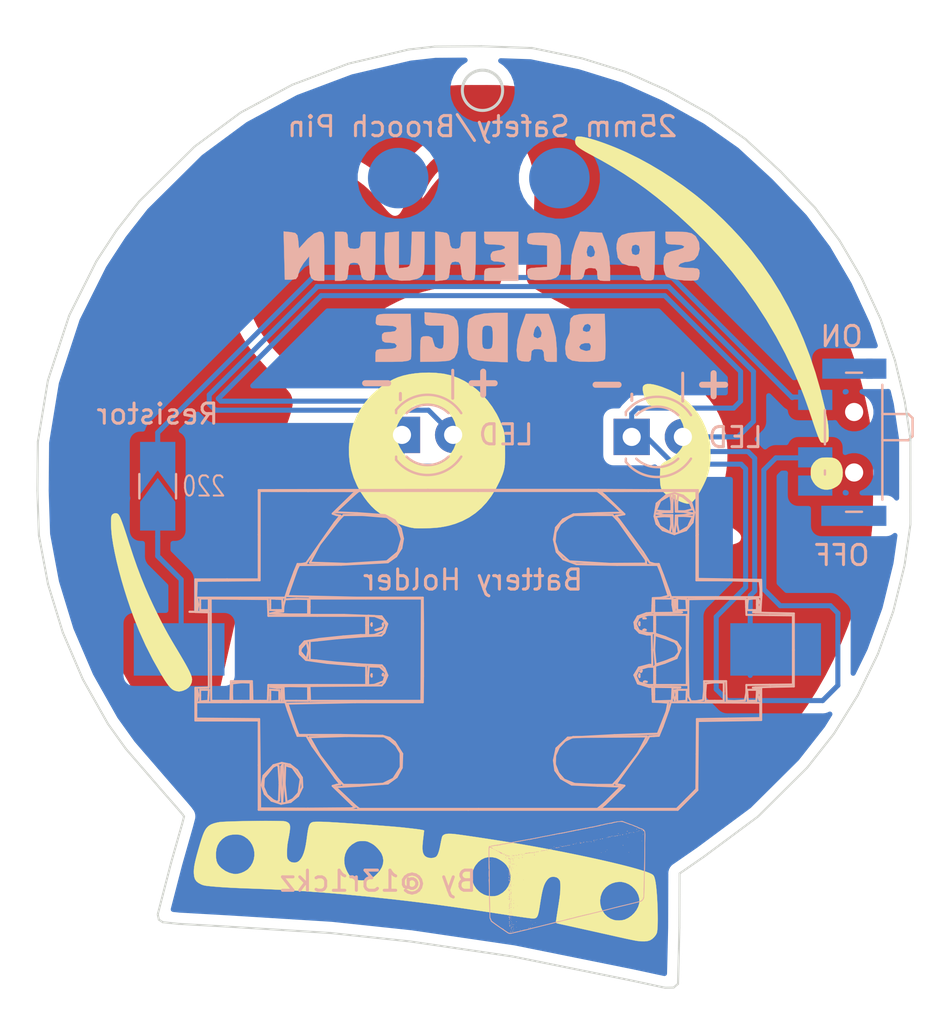
<source format=kicad_pcb>
(kicad_pcb (version 20171130) (host pcbnew "(5.1.4)-1")
  (layers (0 F.Cu signal) (31 B.Cu signal) (34 B.Paste user) (35 F.Paste user) (36 B.SilkS user) (37 F.SilkS user) (38 B.Mask user) (39 F.Mask user) (44 Edge.Cuts user))
  (net 0 "")
  (net 1 +3V0)
  (net 2 "Net-(BT1-Pad2)")
  (net 3 GND)
  (net 4 "Net-(R1-Pad2)")
  (module BADGEPIN:R_1206_3216Metric_Pad1.42x1.75mm_HandSolder (layer B.Cu) (at 73.86574 118.10332 90)
    (fp_text reference Resistor (at 3.58234 -0.00762) (layer B.SilkS) (effects (justify mirror)))
    (fp_text value 220)
    (pad 2 smd custom (at 1.4875 0 90) (size 1.425 1.75) (layers B.Cu B.Paste B.Mask) (net 4 "Net-(R1-Pad2)") (options (clearance outline) (anchor rect)) (primitives (gr_poly (pts (xy -1.9 0.875) (xy -0.7 0.875) (xy -0.7 0)) (width 0)) (gr_poly (pts (xy -1.9 -0.875) (xy -0.7 -0.875) (xy -0.7 0)) (width 0))))
    (pad 1 smd custom (at -1.4875 0 90) (size 1.425 1.75) (layers B.Cu B.Paste B.Mask) (net 2 "Net-(BT1-Pad2)") (options (clearance outline) (anchor rect)) (primitives (gr_poly (pts (xy 0.71 -0.875) (xy 1.9 0) (xy 0.71 0.875)) (width 0))))
  )
  (module BADGEPIN:CR2032_Coin_Cell_Holder_WHITE (layer B.Cu) (at 75.02906 126.1999)
    (fp_text reference "Battery Holder" (at 14.48308 -3.44932) (layer B.SilkS) (effects (justify mirror)))
    (fp_text value Battery_Cell)
    (pad 1 smd rect (at 29.5 0) (size 4.5 2.6) (layers B.Cu B.Paste B.Mask) (net 1 +3V0))
    (pad 2 smd rect (at -0.1 0) (size 4.5 2.6) (layers B.Cu B.Paste B.Mask) (net 2 "Net-(BT1-Pad2)"))
  )
  (module badgeITEMS:Brooch_12x5mm (layer B.Cu) (at 85.79866 102.81666)
    (fp_text reference "25mm Safety/Brooch Pin" (at 4.16814 -2.56032) (layer B.SilkS) (effects (justify mirror)))
    (fp_text value Brooch_12x5mm)
    (pad 2 smd circle (at 8 0) (size 3 3) (layers B.Cu B.Paste B.Mask))
    (pad 1 smd circle (at 0 0) (size 3 3) (layers B.Cu B.Paste B.Mask))
  )
  (module LOGO (layer F.Cu) (at 88.1868 119.3556)
    (fp_text reference G*** hide)
    (fp_text value LOGO hide)
  )
  (module LOGO (layer F.Cu) (at 88.1868 119.3556)
    (fp_text reference G*** hide)
    (fp_text value LOGO hide)
    (fp_poly (pts (xy 1.86439 -21.155423) (xy 2.095025 -21.154597) (xy 2.296649 -21.15275) (xy 2.475923 -21.149578) (xy 2.639505 -21.144777) (xy 2.794056 -21.138045) (xy 2.946236 -21.129076) (xy 3.102705 -21.117568) (xy 3.270124 -21.103217) (xy 3.455152 -21.085719) (xy 3.664449 -21.064771) (xy 3.725333 -21.058551) (xy 4.373673 -20.977551) (xy 5.041289 -20.866202) (xy 5.720107 -20.726467) (xy 6.402053 -20.560311) (xy 7.079053 -20.369696) (xy 7.743034 -20.156588) (xy 8.371417 -19.928544) (xy 9.179004 -19.597126) (xy 9.975941 -19.229725) (xy 10.758159 -18.828693) (xy 11.521589 -18.396385) (xy 12.262162 -17.935153) (xy 12.975809 -17.447352) (xy 13.658462 -16.935335) (xy 13.948534 -16.702513) (xy 14.372689 -16.348192) (xy 14.76429 -16.006617) (xy 15.128949 -15.67222) (xy 15.472278 -15.339432) (xy 15.799889 -15.002685) (xy 16.117395 -14.656413) (xy 16.430408 -14.295046) (xy 16.681499 -13.991167) (xy 17.143865 -13.396759) (xy 17.590731 -12.774747) (xy 18.019682 -12.129675) (xy 18.428305 -11.466086) (xy 18.814188 -10.788522) (xy 19.174916 -10.101527) (xy 19.508076 -9.409644) (xy 19.811255 -8.717416) (xy 20.082039 -8.029387) (xy 20.318015 -7.350099) (xy 20.465123 -6.868583) (xy 20.576016 -6.466816) (xy 20.681511 -6.053894) (xy 20.779615 -5.638819) (xy 20.868333 -5.230592) (xy 20.945673 -4.838214) (xy 21.00964 -4.470686) (xy 21.039368 -4.275667) (xy 21.061284 -4.119278) (xy 21.080063 -3.975572) (xy 21.096065 -3.839087) (xy 21.109652 -3.704359) (xy 21.121186 -3.565926) (xy 21.131027 -3.418324) (xy 21.139536 -3.256091) (xy 21.147076 -3.073763) (xy 21.154007 -2.865878) (xy 21.16069 -2.626972) (xy 21.167487 -2.351582) (xy 21.167979 -2.330721) (xy 21.172659 -2.084505) (xy 21.175711 -1.819279) (xy 21.177206 -1.540237) (xy 21.177215 -1.25257) (xy 21.175809 -0.961468) (xy 21.173062 -0.672124) (xy 21.169043 -0.389729) (xy 21.163824 -0.119475) (xy 21.157478 0.133448) (xy 21.150076 0.363847) (xy 21.141688 0.566531) (xy 21.132387 0.736308) (xy 21.124187 0.846667) (xy 21.053384 1.477732) (xy 20.949756 2.130934) (xy 20.814099 2.802682) (xy 20.647207 3.489386) (xy 20.449876 4.187454) (xy 20.238568 4.847167) (xy 19.927535 5.710097) (xy 19.58835 6.542607) (xy 19.219682 7.347028) (xy 18.820198 8.125694) (xy 18.388565 8.880937) (xy 17.923451 9.615092) (xy 17.423524 10.33049) (xy 16.887451 11.029465) (xy 16.321916 11.705167) (xy 16.195156 11.8466) (xy 16.042475 12.010599) (xy 15.86953 12.191532) (xy 15.681976 12.383769) (xy 15.485469 12.581679) (xy 15.285666 12.779631) (xy 15.088223 12.971995) (xy 14.898795 13.153138) (xy 14.723039 13.317431) (xy 14.566611 13.459243) (xy 14.50975 13.509255) (xy 14.206319 13.769264) (xy 13.903119 14.021427) (xy 13.603354 14.263375) (xy 13.310227 14.492738) (xy 13.026943 14.707149) (xy 12.756707 14.904238) (xy 12.502722 15.081634) (xy 12.268194 15.236971) (xy 12.056325 15.367877) (xy 11.870321 15.471985) (xy 11.821232 15.497046) (xy 11.686278 15.560025) (xy 11.580564 15.599153) (xy 11.499086 15.615466) (xy 11.436839 15.610002) (xy 11.391568 15.586079) (xy 11.355338 15.539792) (xy 11.327701 15.475589) (xy 11.324254 15.46225) (xy 11.311302 15.386626) (xy 11.297129 15.271247) (xy 11.281891 15.118667) (xy 11.265747 14.931442) (xy 11.248853 14.712127) (xy 11.231368 14.463278) (xy 11.213448 14.187448) (xy 11.195252 13.887195) (xy 11.176936 13.565072) (xy 11.158658 13.223635) (xy 11.140576 12.86544) (xy 11.122846 12.493041) (xy 11.105627 12.108994) (xy 11.089076 11.715853) (xy 11.081021 11.514667) (xy 11.072818 11.308132) (xy 11.064154 11.093465) (xy 11.055393 10.879454) (xy 11.046898 10.674889) (xy 11.039034 10.488557) (xy 11.032165 10.329247) (xy 11.027944 10.234083) (xy 11.015841 9.95912) (xy 11.002661 9.647288) (xy 10.988608 9.304034) (xy 10.973883 8.934802) (xy 10.95869 8.54504) (xy 10.94323 8.140192) (xy 10.927707 7.725704) (xy 10.912324 7.307023) (xy 10.897281 6.889593) (xy 10.882784 6.47886) (xy 10.869033 6.08027) (xy 10.856232 5.699269) (xy 10.844583 5.341302) (xy 10.837359 5.11175) (xy 10.832075 4.916063) (xy 10.827271 4.690097) (xy 10.823124 4.445901) (xy 10.819807 4.195528) (xy 10.817494 3.95103) (xy 10.81636 3.724459) (xy 10.816275 3.65548) (xy 10.816167 2.876544) (xy 11.318875 2.632285) (xy 11.609075 2.491896) (xy 11.865991 2.369258) (xy 12.093991 2.262774) (xy 12.297443 2.170847) (xy 12.480716 2.091878) (xy 12.648178 2.02427) (xy 12.804197 1.966425) (xy 12.953142 1.916746) (xy 13.099381 1.873635) (xy 13.247283 1.835494) (xy 13.401215 1.800726) (xy 13.565546 1.767733) (xy 13.744644 1.734917) (xy 13.798102 1.72553) (xy 14.007683 1.687007) (xy 14.179033 1.650498) (xy 14.316095 1.614322) (xy 14.422811 1.576801) (xy 14.503123 1.536255) (xy 14.560971 1.491007) (xy 14.600299 1.439376) (xy 14.625048 1.379683) (xy 14.627086 1.372418) (xy 14.638697 1.302085) (xy 14.633319 1.233698) (xy 14.608735 1.16541) (xy 14.56273 1.095378) (xy 14.493088 1.021754) (xy 14.397591 0.942694) (xy 14.274023 0.856352) (xy 14.120168 0.760882) (xy 13.933811 0.65444) (xy 13.712733 0.535178) (xy 13.470489 0.409329) (xy 13.33529 0.339683) (xy 13.213308 0.276162) (xy 13.10937 0.221336) (xy 13.028307 0.177775) (xy 12.974946 0.148049) (xy 12.954116 0.134727) (xy 12.954 0.134451) (xy 12.964374 0.114082) (xy 12.993387 0.062858) (xy 13.037877 -0.013787) (xy 13.094682 -0.110421) (xy 13.160638 -0.221611) (xy 13.186159 -0.264398) (xy 13.342746 -0.531626) (xy 13.475792 -0.771414) (xy 13.587393 -0.99001) (xy 13.679648 -1.193663) (xy 13.754653 -1.38862) (xy 13.814504 -1.581128) (xy 13.8613 -1.777435) (xy 13.880869 -1.890123) (xy 18.143536 -1.890123) (xy 18.144725 -1.864393) (xy 18.165443 -1.698257) (xy 18.208786 -1.561396) (xy 18.277938 -1.445486) (xy 18.326086 -1.389756) (xy 18.473142 -1.260536) (xy 18.624943 -1.173371) (xy 18.781588 -1.128234) (xy 18.943177 -1.125101) (xy 19.109808 -1.163949) (xy 19.162571 -1.184541) (xy 19.321544 -1.267527) (xy 19.44479 -1.366903) (xy 19.537047 -1.486616) (xy 19.548028 -1.505707) (xy 19.574297 -1.555231) (xy 19.591985 -1.598197) (xy 19.602762 -1.644732) (xy 19.608298 -1.704962) (xy 19.610263 -1.789012) (xy 19.610378 -1.883833) (xy 19.606774 -2.029599) (xy 19.594464 -2.143489) (xy 19.570199 -2.235606) (xy 19.530728 -2.316056) (xy 19.472801 -2.394942) (xy 19.43059 -2.442744) (xy 19.302394 -2.552475) (xy 19.155314 -2.624583) (xy 18.990412 -2.658785) (xy 18.808745 -2.654797) (xy 18.703698 -2.636587) (xy 18.530345 -2.579897) (xy 18.387815 -2.494498) (xy 18.27699 -2.381606) (xy 18.198749 -2.242436) (xy 18.153971 -2.078203) (xy 18.143536 -1.890123) (xy 13.880869 -1.890123) (xy 13.897136 -1.983789) (xy 13.924111 -2.206437) (xy 13.94432 -2.451628) (xy 13.949949 -2.54) (xy 13.960471 -2.973669) (xy 13.938053 -3.383694) (xy 13.881954 -3.773911) (xy 13.791439 -4.148154) (xy 13.66577 -4.510256) (xy 13.504207 -4.864053) (xy 13.502012 -4.868333) (xy 13.307223 -5.205112) (xy 13.076798 -5.529433) (xy 12.815745 -5.83626) (xy 12.529073 -6.120558) (xy 12.221787 -6.377293) (xy 11.898897 -6.601429) (xy 11.6205 -6.760196) (xy 11.43835 -6.849105) (xy 11.257858 -6.926587) (xy 11.073504 -6.994004) (xy 10.879766 -7.052723) (xy 10.671122 -7.104108) (xy 10.44205 -7.149523) (xy 10.187029 -7.190333) (xy 9.900537 -7.227903) (xy 9.5885 -7.262422) (xy 9.453138 -7.27713) (xy 9.331352 -7.291843) (xy 9.229686 -7.30565) (xy 9.154688 -7.317639) (xy 9.112902 -7.326901) (xy 9.107211 -7.329421) (xy 9.087399 -7.351198) (xy 9.045627 -7.401693) (xy 8.985756 -7.476079) (xy 8.911648 -7.569526) (xy 8.827166 -7.677209) (xy 8.76108 -7.762135) (xy 8.596488 -7.972488) (xy 8.450777 -8.154217) (xy 8.318626 -8.313431) (xy 8.194712 -8.456238) (xy 8.073715 -8.588746) (xy 7.950313 -8.717064) (xy 7.819183 -8.847301) (xy 7.796176 -8.869648) (xy 7.626487 -9.030347) (xy 7.460174 -9.17963) (xy 7.2931 -9.32028) (xy 7.121128 -9.455075) (xy 6.940121 -9.586799) (xy 6.745943 -9.718232) (xy 6.534456 -9.852156) (xy 6.301524 -9.991351) (xy 6.04301 -10.138598) (xy 5.754776 -10.29668) (xy 5.432687 -10.468376) (xy 5.36575 -10.503592) (xy 5.143205 -10.622207) (xy 4.932568 -10.737887) (xy 4.738207 -10.848065) (xy 4.564494 -10.950172) (xy 4.415797 -11.041638) (xy 4.296486 -11.119896) (xy 4.210932 -11.182375) (xy 4.210634 -11.182614) (xy 4.12473 -11.262082) (xy 4.058947 -11.349913) (xy 4.011537 -11.452022) (xy 3.980749 -11.574321) (xy 3.964834 -11.722725) (xy 3.962042 -11.903147) (xy 3.965216 -12.012083) (xy 3.970974 -12.129042) (xy 3.978979 -12.240959) (xy 3.99014 -12.354381) (xy 4.005363 -12.47585) (xy 4.025557 -12.611911) (xy 4.051629 -12.769108) (xy 4.084486 -12.953986) (xy 4.125036 -13.173089) (xy 4.129602 -13.197417) (xy 4.187669 -13.516232) (xy 4.235708 -13.804004) (xy 4.274778 -14.070545) (xy 4.305937 -14.325668) (xy 4.330244 -14.579185) (xy 4.348757 -14.840909) (xy 4.362534 -15.120652) (xy 4.372635 -15.428228) (xy 4.373401 -15.457666) (xy 4.37749 -15.870667) (xy 4.367045 -16.246936) (xy 4.341141 -16.589829) (xy 4.29885 -16.902701) (xy 4.239246 -17.188907) (xy 4.161402 -17.451802) (xy 4.064392 -17.694743) (xy 3.947288 -17.921085) (xy 3.809164 -18.134182) (xy 3.675607 -18.303733) (xy 6.456997 -18.303733) (xy 6.466562 -18.258854) (xy 6.494725 -18.21846) (xy 6.511233 -18.200648) (xy 6.572469 -18.146215) (xy 6.666268 -18.075602) (xy 6.787606 -17.99211) (xy 6.931461 -17.899039) (xy 7.092809 -17.799692) (xy 7.26663 -17.697368) (xy 7.344833 -17.652781) (xy 7.804677 -17.389811) (xy 8.230569 -17.138775) (xy 8.627886 -16.89595) (xy 9.002006 -16.657609) (xy 9.358308 -16.420029) (xy 9.70217 -16.179485) (xy 10.03897 -15.932253) (xy 10.374085 -15.674608) (xy 10.712895 -15.402824) (xy 11.060776 -15.113179) (xy 11.270775 -14.933852) (xy 11.565537 -14.674421) (xy 11.873881 -14.392675) (xy 12.187928 -14.09629) (xy 12.499797 -13.792942) (xy 12.801611 -13.490307) (xy 13.085489 -13.196059) (xy 13.343553 -12.917875) (xy 13.368299 -12.8905) (xy 14.014358 -12.145402) (xy 14.620545 -11.387263) (xy 15.187617 -10.614931) (xy 15.716332 -9.827252) (xy 16.207448 -9.023072) (xy 16.661721 -8.201239) (xy 17.07991 -7.3606) (xy 17.261906 -6.963833) (xy 17.364937 -6.730657) (xy 17.460687 -6.508151) (xy 17.551617 -6.289968) (xy 17.640189 -6.069757) (xy 17.728861 -5.84117) (xy 17.820096 -5.597856) (xy 17.916355 -5.333466) (xy 18.020098 -5.041651) (xy 18.133786 -4.716063) (xy 18.1397 -4.699) (xy 18.227995 -4.445995) (xy 18.304794 -4.2303) (xy 18.371426 -4.048882) (xy 18.429217 -3.898706) (xy 18.479495 -3.776739) (xy 18.523589 -3.679946) (xy 18.562826 -3.605295) (xy 18.598533 -3.54975) (xy 18.632039 -3.510278) (xy 18.664671 -3.483845) (xy 18.6739 -3.478329) (xy 18.749407 -3.453876) (xy 18.824716 -3.457763) (xy 18.867201 -3.477192) (xy 18.905551 -3.529981) (xy 18.929625 -3.61975) (xy 18.940081 -3.743864) (xy 18.937574 -3.899692) (xy 18.922764 -4.0846) (xy 18.896307 -4.295957) (xy 18.858861 -4.531128) (xy 18.811082 -4.787481) (xy 18.753629 -5.062384) (xy 18.687159 -5.353203) (xy 18.61233 -5.657306) (xy 18.529797 -5.97206) (xy 18.44022 -6.294832) (xy 18.344255 -6.622989) (xy 18.24256 -6.953898) (xy 18.135792 -7.284928) (xy 18.024608 -7.613443) (xy 17.909666 -7.936813) (xy 17.791624 -8.252404) (xy 17.671138 -8.557584) (xy 17.548866 -8.849719) (xy 17.495089 -8.972505) (xy 17.124177 -9.755949) (xy 16.717594 -10.517801) (xy 16.276272 -11.256884) (xy 15.801144 -11.972021) (xy 15.293143 -12.662036) (xy 14.753203 -13.325751) (xy 14.182256 -13.96199) (xy 13.581234 -14.569575) (xy 12.951072 -15.14733) (xy 12.292701 -15.694077) (xy 11.96975 -15.943041) (xy 11.319212 -16.408742) (xy 10.649238 -16.842069) (xy 9.963192 -17.241225) (xy 9.264441 -17.604415) (xy 8.556349 -17.92984) (xy 7.842282 -18.215704) (xy 7.456182 -18.35272) (xy 7.252566 -18.420411) (xy 7.083696 -18.473467) (xy 6.94505 -18.51307) (xy 6.832108 -18.540402) (xy 6.740347 -18.556646) (xy 6.665246 -18.562984) (xy 6.651379 -18.563167) (xy 6.565757 -18.553315) (xy 6.509116 -18.519845) (xy 6.475603 -18.456882) (xy 6.460521 -18.371679) (xy 6.456997 -18.303733) (xy 3.675607 -18.303733) (xy 3.649094 -18.33739) (xy 3.546638 -18.451186) (xy 3.39064 -18.608856) (xy 3.247232 -18.735653) (xy 3.108586 -18.837788) (xy 2.966871 -18.92147) (xy 2.930009 -18.940253) (xy 2.84018 -18.98305) (xy 2.754753 -19.019248) (xy 2.669167 -19.04946) (xy 2.578857 -19.074295) (xy 2.479262 -19.094364) (xy 2.365818 -19.11028) (xy 2.233962 -19.122652) (xy 2.079131 -19.132091) (xy 1.896762 -19.139208) (xy 1.682292 -19.144615) (xy 1.431158 -19.148921) (xy 1.364308 -19.149867) (xy 0.537867 -19.161214) (xy 0.073142 -18.926618) (xy -0.068828 -18.854163) (xy -0.209904 -18.780739) (xy -0.341836 -18.710746) (xy -0.456374 -18.648582) (xy -0.545268 -18.598647) (xy -0.576974 -18.579969) (xy -0.944707 -18.336552) (xy -1.278711 -18.071504) (xy -1.57755 -17.786133) (xy -1.839786 -17.481745) (xy -1.953581 -17.327345) (xy -2.011118 -17.246634) (xy -2.087088 -17.142502) (xy -2.174043 -17.02503) (xy -2.264532 -16.904298) (xy -2.328333 -16.820171) (xy -2.448941 -16.667001) (xy -2.550716 -16.54884) (xy -2.635598 -16.463812) (xy -2.705527 -16.410039) (xy -2.762443 -16.385646) (xy -2.779566 -16.383703) (xy -2.813616 -16.396123) (xy -2.879381 -16.433231) (xy -2.975075 -16.493836) (xy -3.09891 -16.576747) (xy -3.2491 -16.680773) (xy -3.423859 -16.804722) (xy -3.581277 -16.91824) (xy -3.807966 -17.078694) (xy -4.010521 -17.212671) (xy -4.195019 -17.323351) (xy -4.367537 -17.413914) (xy -4.534149 -17.487539) (xy -4.700934 -17.547406) (xy -4.873966 -17.596694) (xy -4.881371 -17.598558) (xy -5.120141 -17.650585) (xy -5.342644 -17.681121) (xy -5.567865 -17.692114) (xy -5.757333 -17.688388) (xy -6.117974 -17.652944) (xy -6.462009 -17.579409) (xy -6.788092 -17.468341) (xy -7.09488 -17.320302) (xy -7.381029 -17.135849) (xy -7.645193 -16.915544) (xy -7.669388 -16.892489) (xy -7.848587 -16.710082) (xy -7.993301 -16.539452) (xy -8.10715 -16.373937) (xy -8.193753 -16.206873) (xy -8.256731 -16.031598) (xy -8.299703 -15.841447) (xy -8.31991 -15.695083) (xy -8.328526 -15.577163) (xy -8.33323 -15.424435) (xy -8.334279 -15.244219) (xy -8.331929 -15.043835) (xy -8.326439 -14.830604) (xy -8.318065 -14.611844) (xy -8.307063 -14.394877) (xy -8.293692 -14.187022) (xy -8.278207 -13.9956) (xy -8.260866 -13.827929) (xy -8.251887 -13.75751) (xy -8.23843 -13.654263) (xy -8.233849 -13.577015) (xy -8.243014 -13.519935) (xy -8.270789 -13.47719) (xy -8.322043 -13.442948) (xy -8.401644 -13.411378) (xy -8.514458 -13.376647) (xy -8.587355 -13.355549) (xy -8.897647 -13.244613) (xy -9.193495 -13.094849) (xy -9.475823 -12.90568) (xy -9.745557 -12.676532) (xy -9.859585 -12.563825) (xy -10.060482 -12.336755) (xy -10.237471 -12.096652) (xy -10.387494 -11.849178) (xy -10.50749 -11.599995) (xy -10.594398 -11.354764) (xy -10.64516 -11.119149) (xy -10.64675 -11.107295) (xy -10.657153 -10.994504) (xy -10.663829 -10.852705) (xy -10.666877 -10.692638) (xy -10.666399 -10.525039) (xy -10.662495 -10.360648) (xy -10.655265 -10.2102) (xy -10.644812 -10.084436) (xy -10.636568 -10.022417) (xy -10.577014 -9.741357) (xy -10.48877 -9.453736) (xy -10.369666 -9.153232) (xy -10.2526 -8.903114) (xy -10.171744 -8.746743) (xy -10.085877 -8.594438) (xy -9.992461 -8.442959) (xy -9.888956 -8.289072) (xy -9.772823 -8.129539) (xy -9.641524 -7.961122) (xy -9.492519 -7.780586) (xy -9.32327 -7.584694) (xy -9.131238 -7.370208) (xy -8.913884 -7.133892) (xy -8.668668 -6.872508) (xy -8.617112 -6.81805) (xy -8.421008 -6.610329) (xy -8.253004 -6.430441) (xy -8.111264 -6.276286) (xy -7.993952 -6.145764) (xy -7.899234 -6.036775) (xy -7.825273 -5.94722) (xy -7.770234 -5.874997) (xy -7.732282 -5.818006) (xy -7.714554 -5.785326) (xy -7.663331 -5.657562) (xy -7.633499 -5.530085) (xy -7.62505 -5.395176) (xy -7.637972 -5.245119) (xy -7.672258 -5.072195) (xy -7.713471 -4.9177) (xy -7.732008 -4.854122) (xy -7.750261 -4.793277) (xy -7.769614 -4.731183) (xy -7.79145 -4.663857) (xy -7.817153 -4.587317) (xy -7.848106 -4.497582) (xy -7.885694 -4.390669) (xy -7.931299 -4.262595) (xy -7.986306 -4.109378) (xy -8.052098 -3.927037) (xy -8.130058 -3.711589) (xy -8.190265 -3.545417) (xy -8.258906 -3.35437) (xy -8.322579 -3.173161) (xy -8.382422 -2.997829) (xy -8.439573 -2.824407) (xy -8.495169 -2.648934) (xy -8.550349 -2.467445) (xy -8.606249 -2.275976) (xy -8.664007 -2.070564) (xy -8.724763 -1.847245) (xy -8.789652 -1.602055) (xy -8.859813 -1.331031) (xy -8.936383 -1.030209) (xy -9.0205 -0.695625) (xy -9.101595 -0.370417) (xy -9.17494 -0.074385) (xy -9.249092 0.227077) (xy -9.324497 0.535877) (xy -9.4016 0.853925) (xy -9.480845 1.183128) (xy -9.562678 1.525395) (xy -9.647544 1.882635) (xy -9.735888 2.256757) (xy -9.828155 2.649669) (xy -9.92479 3.06328) (xy -10.026238 3.499499) (xy -10.132944 3.960234) (xy -10.245354 4.447393) (xy -10.363912 4.962886) (xy -10.489064 5.508622) (xy -10.621254 6.086507) (xy -10.760928 6.698453) (xy -10.90853 7.346366) (xy -11.064506 8.032156) (xy -11.196862 8.614833) (xy -11.317955 9.147567) (xy -11.430051 9.639396) (xy -11.533253 10.090759) (xy -11.627664 10.502094) (xy -11.713386 10.87384) (xy -11.790522 11.206435) (xy -11.859175 11.500318) (xy -11.919449 11.755927) (xy -11.971445 11.973702) (xy -12.015268 12.154081) (xy -12.051019 12.297503) (xy -12.078801 12.404405) (xy -12.098719 12.475227) (xy -12.11011 12.508726) (xy -12.151834 12.593664) (xy -12.192391 12.645202) (xy -12.241064 12.670966) (xy -12.307137 12.678579) (xy -12.316989 12.678635) (xy -12.415936 12.664156) (xy -12.51977 12.617909) (xy -12.521079 12.61716) (xy -12.615314 12.553426) (xy -12.731404 12.458771) (xy -12.866229 12.336456) (xy -13.016666 12.18974) (xy -13.179595 12.021885) (xy -13.351895 11.836149) (xy -13.530444 11.635793) (xy -13.712121 11.424077) (xy -13.893806 11.204261) (xy -13.996962 11.075595) (xy -14.546222 10.353591) (xy -15.056685 9.621997) (xy -15.529182 8.878922) (xy -15.964542 8.122475) (xy -16.363594 7.350767) (xy -16.727167 6.561906) (xy -17.05609 5.754001) (xy -17.351193 4.925163) (xy -17.613305 4.0735) (xy -17.843256 3.197122) (xy -18.041873 2.294137) (xy -18.181592 1.534583) (xy -18.237558 1.150199) (xy -18.280752 0.744946) (xy -16.596545 0.744946) (xy -16.585255 0.964686) (xy -16.560206 1.212246) (xy -16.521822 1.485341) (xy -16.470528 1.781687) (xy -16.406746 2.099) (xy -16.330901 2.434995) (xy -16.243416 2.787386) (xy -16.144716 3.153891) (xy -16.035223 3.532223) (xy -15.915362 3.920099) (xy -15.785556 4.315233) (xy -15.667161 4.656667) (xy -15.52679 5.040632) (xy -15.379303 5.423151) (xy -15.226275 5.801009) (xy -15.069279 6.170993) (xy -14.909888 6.52989) (xy -14.749675 6.874487) (xy -14.590215 7.201569) (xy -14.433081 7.507925) (xy -14.279845 7.790339) (xy -14.132083 8.045599) (xy -13.991366 8.270492) (xy -13.859269 8.461803) (xy -13.737365 8.61632) (xy -13.716751 8.639838) (xy -13.592936 8.755427) (xy -13.461675 8.835548) (xy -13.327352 8.878802) (xy -13.194351 8.883788) (xy -13.067054 8.849106) (xy -13.064797 8.84809) (xy -12.986668 8.801746) (xy -12.900105 8.733586) (xy -12.816787 8.65457) (xy -12.748396 8.575662) (xy -12.709783 8.514906) (xy -12.688881 8.454972) (xy -12.680529 8.386415) (xy -12.685807 8.306584) (xy -12.705798 8.212823) (xy -12.741586 8.102479) (xy -12.794251 7.972898) (xy -12.864877 7.821427) (xy -12.954546 7.64541) (xy -13.064339 7.442195) (xy -13.195341 7.209127) (xy -13.348632 6.943553) (xy -13.35532 6.932083) (xy -13.583369 6.537657) (xy -13.790619 6.171257) (xy -13.980414 5.826135) (xy -14.1561 5.495544) (xy -14.321021 5.172738) (xy -14.478523 4.85097) (xy -14.63195 4.523491) (xy -14.784648 4.183555) (xy -14.939961 3.824415) (xy -15.101235 3.439323) (xy -15.170723 3.27025) (xy -15.37125 2.757332) (xy -15.568249 2.207548) (xy -15.762675 1.618224) (xy -15.769195 1.59764) (xy -15.865471 1.297378) (xy -15.952111 1.036239) (xy -16.029937 0.812321) (xy -16.099772 0.623728) (xy -16.162436 0.46856) (xy -16.218754 0.344917) (xy -16.269547 0.2509) (xy -16.315637 0.184611) (xy -16.357846 0.14415) (xy -16.396998 0.127618) (xy -16.405975 0.127) (xy -16.442713 0.142231) (xy -16.486749 0.179863) (xy -16.495649 0.189882) (xy -16.543629 0.275495) (xy -16.576156 0.398066) (xy -16.593654 0.555312) (xy -16.596545 0.744946) (xy -18.280752 0.744946) (xy -18.282619 0.727433) (xy -18.316725 0.268823) (xy -18.339824 -0.223094) (xy -18.351869 -0.745781) (xy -18.352807 -1.296702) (xy -18.34259 -1.873319) (xy -18.321166 -2.473097) (xy -18.288487 -3.093497) (xy -18.27664 -3.280833) (xy -18.257026 -3.560105) (xy -18.236622 -3.807416) (xy -18.214286 -4.033139) (xy -18.188876 -4.247646) (xy -18.159249 -4.461309) (xy -18.124263 -4.684499) (xy -18.117572 -4.724906) (xy -17.954854 -5.5733) (xy -17.750344 -6.418687) (xy -17.504549 -7.259758) (xy -17.217976 -8.095203) (xy -16.891131 -8.92371) (xy -16.524523 -9.74397) (xy -16.118658 -10.554672) (xy -15.674043 -11.354507) (xy -15.334429 -11.916181) (xy -14.912192 -12.562226) (xy -14.465194 -13.188724) (xy -13.989565 -13.800545) (xy -13.481436 -14.40256) (xy -12.936936 -14.999638) (xy -12.63688 -15.311067) (xy -11.98826 -15.943174) (xy -11.315379 -16.542211) (xy -10.619494 -17.107451) (xy -9.90186 -17.638167) (xy -9.163733 -18.13363) (xy -8.406369 -18.593114) (xy -7.631024 -19.01589) (xy -6.838953 -19.401233) (xy -6.031414 -19.748414) (xy -5.209661 -20.056707) (xy -4.37495 -20.325383) (xy -3.626485 -20.52952) (xy -3.209055 -20.630144) (xy -2.79344 -20.723124) (xy -2.385231 -20.807442) (xy -1.990019 -20.882085) (xy -1.613396 -20.946037) (xy -1.260952 -20.998282) (xy -0.938279 -21.037805) (xy -0.709083 -21.059288) (xy -0.446425 -21.079819) (xy -0.219581 -21.097188) (xy -0.022169 -21.111659) (xy 0.15219 -21.1235) (xy 0.309877 -21.132975) (xy 0.457273 -21.140353) (xy 0.600758 -21.145897) (xy 0.746713 -21.149876) (xy 0.901519 -21.152555) (xy 1.071556 -21.154199) (xy 1.263204 -21.155076) (xy 1.482845 -21.155452) (xy 1.598083 -21.155531) (xy 1.86439 -21.155423)) (layer F.Cu) (width 0.01))
    (fp_poly (pts (xy 4.804357 4.643523) (xy 4.868557 4.669853) (xy 4.941161 4.717879) (xy 5.026826 4.790993) (xy 5.130208 4.892585) (xy 5.205238 4.971353) (xy 5.34179 5.112789) (xy 5.456539 5.221447) (xy 5.551991 5.299207) (xy 5.630655 5.347947) (xy 5.695038 5.369546) (xy 5.735902 5.368978) (xy 5.807714 5.349382) (xy 5.906846 5.313522) (xy 6.035603 5.260435) (xy 6.196293 5.18916) (xy 6.391223 5.098735) (xy 6.44525 5.073178) (xy 6.583083 5.008803) (xy 6.690271 4.961517) (xy 6.773668 4.928765) (xy 6.840127 4.907992) (xy 6.896502 4.896643) (xy 6.927545 4.893351) (xy 7.011975 4.892843) (xy 7.073407 4.910516) (xy 7.122384 4.953127) (xy 7.169446 5.027434) (xy 7.185734 5.058833) (xy 7.224077 5.143389) (xy 7.272785 5.264474) (xy 7.330486 5.417944) (xy 7.39581 5.599655) (xy 7.467387 5.805462) (xy 7.543847 6.031219) (xy 7.623819 6.272784) (xy 7.705933 6.526009) (xy 7.788818 6.786752) (xy 7.871105 7.050868) (xy 7.951422 7.314211) (xy 8.0284 7.572637) (xy 8.100667 7.822001) (xy 8.109001 7.851272) (xy 8.187166 8.133266) (xy 8.251048 8.380369) (xy 8.301314 8.597299) (xy 8.338629 8.788772) (xy 8.363661 8.959503) (xy 8.377076 9.114209) (xy 8.379541 9.257607) (xy 8.37172 9.394412) (xy 8.354282 9.52934) (xy 8.349835 9.555737) (xy 8.281746 9.824772) (xy 8.173829 10.079496) (xy 8.026136 10.319794) (xy 7.941235 10.429854) (xy 7.82501 10.54957) (xy 7.68118 10.665097) (xy 7.521586 10.76891) (xy 7.358067 10.853486) (xy 7.202463 10.911301) (xy 7.170416 10.919694) (xy 7.089834 10.934362) (xy 6.99011 10.946057) (xy 6.885682 10.953776) (xy 6.790987 10.956515) (xy 6.720463 10.953273) (xy 6.709833 10.951695) (xy 6.612615 10.930717) (xy 6.517828 10.901807) (xy 6.414944 10.860947) (xy 6.293434 10.804121) (xy 6.201833 10.757933) (xy 6.033091 10.678177) (xy 5.889756 10.627071) (xy 5.766361 10.6043) (xy 5.657442 10.609548) (xy 5.557533 10.642499) (xy 5.461167 10.702838) (xy 5.44657 10.714321) (xy 5.309191 10.801696) (xy 5.143385 10.869516) (xy 4.959028 10.916257) (xy 4.765994 10.940396) (xy 4.574158 10.940409) (xy 4.393395 10.914773) (xy 4.30572 10.890353) (xy 4.102592 10.808637) (xy 3.931551 10.70818) (xy 3.784152 10.582463) (xy 3.651951 10.424969) (xy 3.595004 10.341738) (xy 3.45355 10.093983) (xy 3.332951 9.823654) (xy 3.250363 9.58084) (xy 3.218766 9.455733) (xy 3.200653 9.338952) (xy 3.197109 9.242309) (xy 3.772994 9.242309) (xy 3.773299 9.249833) (xy 3.785665 9.414193) (xy 3.809991 9.551273) (xy 3.85038 9.675391) (xy 3.910936 9.800864) (xy 3.951183 9.870448) (xy 3.987793 9.922905) (xy 4.042739 9.991482) (xy 4.110678 10.07054) (xy 4.186268 10.154443) (xy 4.264165 10.237552) (xy 4.339026 10.314231) (xy 4.405507 10.378843) (xy 4.458265 10.425749) (xy 4.491958 10.449312) (xy 4.500606 10.450116) (xy 4.500388 10.424675) (xy 4.482252 10.387676) (xy 4.456276 10.352994) (xy 4.409132 10.29456) (xy 4.3475 10.220506) (xy 4.278059 10.138967) (xy 4.27749 10.138307) (xy 4.164958 9.999539) (xy 4.077055 9.871544) (xy 6.207957 9.871544) (xy 6.208956 9.909376) (xy 6.211671 9.92115) (xy 6.24269 9.993747) (xy 6.298772 10.078364) (xy 6.372877 10.168168) (xy 6.457965 10.256326) (xy 6.546993 10.336005) (xy 6.632924 10.400371) (xy 6.708715 10.442592) (xy 6.76275 10.456007) (xy 6.772324 10.447459) (xy 6.756684 10.42024) (xy 6.713692 10.371731) (xy 6.641211 10.299313) (xy 6.611666 10.270878) (xy 6.527025 10.187763) (xy 6.444274 10.102731) (xy 6.373552 10.02641) (xy 6.329237 9.974792) (xy 6.268511 9.904441) (xy 6.227947 9.869962) (xy 6.207957 9.871544) (xy 4.077055 9.871544) (xy 4.073171 9.865889) (xy 4.001635 9.73277) (xy 3.949855 9.595596) (xy 3.917338 9.44978) (xy 3.903588 9.290737) (xy 3.908113 9.11388) (xy 3.930416 8.914622) (xy 3.970006 8.688378) (xy 4.026386 8.43056) (xy 4.072874 8.239605) (xy 4.105778 8.106197) (xy 4.141314 7.958246) (xy 4.177045 7.80626) (xy 4.210533 7.660747) (xy 4.239342 7.532215) (xy 4.261035 7.431171) (xy 4.265682 7.408333) (xy 4.269816 7.37429) (xy 4.260942 7.379463) (xy 4.239478 7.422919) (xy 4.205835 7.503727) (xy 4.160431 7.620952) (xy 4.105337 7.76913) (xy 4.005301 8.05184) (xy 3.924605 8.302346) (xy 3.862156 8.525518) (xy 3.816864 8.726229) (xy 3.787634 8.909351) (xy 3.773375 9.079753) (xy 3.772994 9.242309) (xy 3.197109 9.242309) (xy 3.196339 9.221313) (xy 3.206139 9.093635) (xy 3.230367 8.946733) (xy 3.26934 8.771425) (xy 3.27954 8.729683) (xy 3.332748 8.52308) (xy 3.39544 8.294279) (xy 3.466344 8.047044) (xy 3.544188 7.78514) (xy 3.627699 7.512334) (xy 3.715608 7.232389) (xy 3.806641 6.949071) (xy 3.899527 6.666146) (xy 3.992994 6.387377) (xy 4.085771 6.116531) (xy 4.176586 5.857372) (xy 4.264167 5.613666) (xy 4.347242 5.389178) (xy 4.42454 5.187672) (xy 4.494788 5.012914) (xy 4.556716 4.868668) (xy 4.60905 4.758701) (xy 4.639201 4.704292) (xy 4.679476 4.654621) (xy 4.726406 4.636356) (xy 4.743903 4.6355) (xy 4.804357 4.643523)) (layer F.Cu) (width 0.01))
    (fp_poly (pts (xy 8.05166 1.736258) (xy 8.513601 1.736839) (xy 8.934014 1.737881) (xy 9.313298 1.739388) (xy 9.651853 1.741365) (xy 9.950082 1.743816) (xy 10.208384 1.746746) (xy 10.42716 1.75016) (xy 10.606811 1.754062) (xy 10.747738 1.758458) (xy 10.850341 1.763352) (xy 10.915022 1.768749) (xy 10.94218 1.774653) (xy 10.943161 1.776085) (xy 10.924366 1.794219) (xy 10.867956 1.830465) (xy 10.773883 1.884846) (xy 10.642098 1.957388) (xy 10.472552 2.048116) (xy 10.265197 2.157057) (xy 10.019984 2.284236) (xy 9.736864 2.429677) (xy 9.415788 2.593407) (xy 9.056709 2.775451) (xy 8.659576 2.975834) (xy 8.371417 3.12075) (xy 8.062697 3.275478) (xy 7.766109 3.423459) (xy 7.483981 3.563561) (xy 7.21864 3.694653) (xy 6.972413 3.815604) (xy 6.747628 3.925282) (xy 6.546611 4.022557) (xy 6.371691 4.106297) (xy 6.225195 4.175371) (xy 6.109449 4.228648) (xy 6.026782 4.264997) (xy 5.97952 4.283286) (xy 5.979512 4.283289) (xy 5.929539 4.281356) (xy 5.873679 4.257495) (xy 5.808166 4.208206) (xy 5.720898 4.128588) (xy 5.615074 4.022508) (xy 5.493891 3.893835) (xy 5.360548 3.746437) (xy 5.218242 3.584181) (xy 5.070171 3.410936) (xy 4.919533 3.23057) (xy 4.769526 3.046951) (xy 4.623348 2.863947) (xy 4.484196 2.685426) (xy 4.35527 2.515257) (xy 4.239766 2.357308) (xy 4.140882 2.215446) (xy 4.061817 2.09354) (xy 4.035853 2.048435) (xy 4.394447 2.048435) (xy 4.400126 2.058851) (xy 4.439003 2.0701) (xy 4.487333 2.077722) (xy 4.542693 2.081414) (xy 4.635165 2.084112) (xy 4.759544 2.08587) (xy 4.910622 2.086743) (xy 5.083191 2.086785) (xy 5.272045 2.086052) (xy 5.471976 2.084598) (xy 5.677777 2.082478) (xy 5.884242 2.079747) (xy 6.086162 2.07646) (xy 6.278331 2.072671) (xy 6.455542 2.068436) (xy 6.612587 2.063808) (xy 6.74426 2.058844) (xy 6.845353 2.053598) (xy 6.858 2.05276) (xy 7.024269 2.040647) (xy 7.148268 2.029991) (xy 7.230027 2.02058) (xy 7.269578 2.012205) (xy 7.26695 2.004654) (xy 7.222174 1.997716) (xy 7.135281 1.99118) (xy 7.006301 1.984835) (xy 6.868583 1.979608) (xy 6.666897 1.973974) (xy 6.451995 1.970435) (xy 6.228142 1.968872) (xy 5.999604 1.969166) (xy 5.770646 1.971198) (xy 5.545534 1.974851) (xy 5.328532 1.980004) (xy 5.123906 1.986541) (xy 4.935921 1.994341) (xy 4.768842 2.003286) (xy 4.626936 2.013259) (xy 4.514466 2.024139) (xy 4.435699 2.035808) (xy 4.394899 2.048148) (xy 4.394447 2.048435) (xy 4.035853 2.048435) (xy 4.009459 2.002583) (xy 3.976582 1.936581) (xy 3.962865 1.896229) (xy 3.966146 1.870606) (xy 3.979866 1.853062) (xy 4.000747 1.837627) (xy 4.032339 1.823568) (xy 4.076493 1.810822) (xy 4.135057 1.799331) (xy 4.209882 1.789032) (xy 4.302819 1.779866) (xy 4.415718 1.771772) (xy 4.550428 1.764689) (xy 4.708799 1.758557) (xy 4.892683 1.753315) (xy 5.103928 1.748902) (xy 5.344386 1.745258) (xy 5.615906 1.742322) (xy 5.920338 1.740034) (xy 6.259533 1.738332) (xy 6.63534 1.737157) (xy 7.04961 1.736447) (xy 7.504193 1.736142) (xy 7.547787 1.736132) (xy 8.05166 1.736258)) (layer F.Cu) (width 0.01))
    (fp_poly (pts (xy 6.198074 -2.106262) (xy 6.236928 -2.092073) (xy 6.31093 -2.0606) (xy 6.41721 -2.013183) (xy 6.552899 -1.951161) (xy 6.715128 -1.875874) (xy 6.901026 -1.78866) (xy 7.107726 -1.69086) (xy 7.332356 -1.583811) (xy 7.572049 -1.468855) (xy 7.821083 -1.348708) (xy 7.969636 -1.276589) (xy 8.141555 -1.1927) (xy 8.334052 -1.098425) (xy 8.544341 -0.995151) (xy 8.769633 -0.884262) (xy 9.007143 -0.767144) (xy 9.254082 -0.645184) (xy 9.507663 -0.519765) (xy 9.7651 -0.392273) (xy 10.023605 -0.264094) (xy 10.28039 -0.136614) (xy 10.532669 -0.011217) (xy 10.777655 0.110711) (xy 11.012559 0.227785) (xy 11.234595 0.338618) (xy 11.440976 0.441826) (xy 11.628914 0.536024) (xy 11.795623 0.619826) (xy 11.938314 0.691846) (xy 12.054202 0.750699) (xy 12.140497 0.794999) (xy 12.194415 0.823363) (xy 12.213166 0.834402) (xy 12.213167 0.834414) (xy 12.192434 0.835487) (xy 12.131975 0.836479) (xy 12.034396 0.837389) (xy 11.902303 0.838219) (xy 11.738303 0.838969) (xy 11.545002 0.839641) (xy 11.325006 0.840234) (xy 11.080923 0.840751) (xy 10.815358 0.84119) (xy 10.530919 0.841554) (xy 10.230211 0.841842) (xy 9.915842 0.842056) (xy 9.590417 0.842197) (xy 9.256543 0.842265) (xy 8.916827 0.84226) (xy 8.573875 0.842184) (xy 8.230293 0.842038) (xy 7.888689 0.841822) (xy 7.551668 0.841536) (xy 7.221837 0.841182) (xy 6.901803 0.840761) (xy 6.594172 0.840272) (xy 6.301551 0.839717) (xy 6.026545 0.839097) (xy 5.771762 0.838413) (xy 5.539808 0.837664) (xy 5.33329 0.836852) (xy 5.154813 0.835978) (xy 5.006985 0.835042) (xy 4.892413 0.834045) (xy 4.813701 0.832988) (xy 4.783667 0.83229) (xy 4.638146 0.825473) (xy 4.49248 0.814793) (xy 4.354951 0.801197) (xy 4.233843 0.785636) (xy 4.137441 0.769059) (xy 4.074028 0.752416) (xy 4.068776 0.750354) (xy 4.020831 0.726613) (xy 4.003173 0.699427) (xy 4.006023 0.651688) (xy 4.007404 0.64299) (xy 4.031891 0.567865) (xy 4.085787 0.462618) (xy 4.168949 0.327444) (xy 4.281236 0.162537) (xy 4.422508 -0.031909) (xy 4.592622 -0.255702) (xy 4.791439 -0.508646) (xy 5.018817 -0.790549) (xy 5.274614 -1.101216) (xy 5.300553 -1.132417) (xy 5.411844 -1.265463) (xy 5.534063 -1.410367) (xy 5.657961 -1.556241) (xy 5.774287 -1.692199) (xy 5.873792 -1.807353) (xy 5.881672 -1.8164) (xy 5.913455 -1.852617) (xy 6.164971 -1.852617) (xy 6.196986 -1.81604) (xy 6.262902 -1.766053) (xy 6.363532 -1.702174) (xy 6.499688 -1.623921) (xy 6.672185 -1.530814) (xy 6.881835 -1.422371) (xy 7.129451 -1.298109) (xy 7.20725 -1.259651) (xy 7.379432 -1.175249) (xy 7.560106 -1.087502) (xy 7.740249 -1.000733) (xy 7.910841 -0.919269) (xy 8.062859 -0.847433) (xy 8.187284 -0.78955) (xy 8.202083 -0.782762) (xy 8.582107 -0.60893) (xy 8.925321 -0.452102) (xy 9.233353 -0.311542) (xy 9.507832 -0.186518) (xy 9.750386 -0.076296) (xy 9.962644 0.019859) (xy 10.146234 0.102679) (xy 10.302784 0.172899) (xy 10.433924 0.231252) (xy 10.541281 0.278472) (xy 10.626484 0.315292) (xy 10.691161 0.342447) (xy 10.736942 0.36067) (xy 10.752667 0.366455) (xy 10.797696 0.37816) (xy 10.808033 0.370638) (xy 10.784417 0.347388) (xy 10.734761 0.314698) (xy 10.650277 0.265212) (xy 10.534237 0.200582) (xy 10.389915 0.122462) (xy 10.220583 0.032504) (xy 10.029515 -0.06764) (xy 9.819985 -0.176316) (xy 9.595265 -0.291872) (xy 9.358629 -0.412656) (xy 9.113349 -0.537015) (xy 8.862699 -0.663297) (xy 8.609953 -0.789848) (xy 8.358382 -0.915016) (xy 8.111262 -1.037148) (xy 7.871864 -1.154593) (xy 7.643462 -1.265696) (xy 7.42933 -1.368806) (xy 7.232739 -1.46227) (xy 7.056965 -1.544436) (xy 6.905279 -1.61365) (xy 6.862986 -1.632517) (xy 6.725516 -1.691593) (xy 6.591009 -1.746039) (xy 6.465308 -1.793809) (xy 6.354257 -1.83286) (xy 6.263698 -1.861149) (xy 6.199475 -1.876632) (xy 6.167431 -1.877266) (xy 6.166044 -1.876266) (xy 6.164971 -1.852617) (xy 5.913455 -1.852617) (xy 5.974997 -1.922743) (xy 6.045399 -2.000693) (xy 6.097228 -2.054234) (xy 6.134832 -2.087351) (xy 6.162561 -2.104029) (xy 6.184765 -2.108253) (xy 6.198074 -2.106262)) (layer F.Cu) (width 0.01))
    (fp_poly (pts (xy 1.797104 -18.333531) (xy 1.954572 -18.321563) (xy 2.092071 -18.299404) (xy 2.2206 -18.26473) (xy 2.351159 -18.21522) (xy 2.487888 -18.151932) (xy 2.699473 -18.024424) (xy 2.888819 -17.86173) (xy 3.055102 -17.665182) (xy 3.197504 -17.436109) (xy 3.315202 -17.175841) (xy 3.407375 -16.885709) (xy 3.473202 -16.567042) (xy 3.475488 -16.552333) (xy 3.485863 -16.45661) (xy 3.49377 -16.325784) (xy 3.499254 -16.16701) (xy 3.50236 -15.987444) (xy 3.503135 -15.79424) (xy 3.501622 -15.594556) (xy 3.497867 -15.395545) (xy 3.491915 -15.204363) (xy 3.483813 -15.028167) (xy 3.473603 -14.87411) (xy 3.464253 -14.774333) (xy 3.380812 -14.138799) (xy 3.272051 -13.514409) (xy 3.135951 -12.891949) (xy 2.970491 -12.262205) (xy 2.773653 -11.615963) (xy 2.768253 -11.599333) (xy 2.654679 -11.250083) (xy 1.660715 -11.236274) (xy 1.372727 -11.231709) (xy 1.121522 -11.226336) (xy 0.901553 -11.219786) (xy 0.707272 -11.21169) (xy 0.53313 -11.20168) (xy 0.373581 -11.189387) (xy 0.223076 -11.174444) (xy 0.076067 -11.156483) (xy -0.072993 -11.135133) (xy -0.22225 -11.111263) (xy -0.710797 -11.016819) (xy -1.172567 -10.899493) (xy -1.618384 -10.755849) (xy -2.059076 -10.582448) (xy -2.44475 -10.405675) (xy -2.83415 -10.205851) (xy -3.20277 -9.994724) (xy -3.55583 -9.768338) (xy -3.898553 -9.522735) (xy -4.236157 -9.253957) (xy -4.573866 -8.958049) (xy -4.916899 -8.631052) (xy -5.270477 -8.269009) (xy -5.287416 -8.251092) (xy -5.548433 -7.969186) (xy -5.77971 -7.70745) (xy -5.985453 -7.460759) (xy -6.169868 -7.223989) (xy -6.337162 -6.992018) (xy -6.413751 -6.879167) (xy -6.515584 -6.729254) (xy -6.602463 -6.607976) (xy -6.672883 -6.517255) (xy -6.725342 -6.459011) (xy -6.758336 -6.435163) (xy -6.7618 -6.434667) (xy -6.790171 -6.446933) (xy -6.842506 -6.479802) (xy -6.909755 -6.527375) (xy -6.945771 -6.554545) (xy -7.201533 -6.758186) (xy -7.463367 -6.979061) (xy -7.724583 -7.210893) (xy -7.978493 -7.447409) (xy -8.218407 -7.682333) (xy -8.437638 -7.90939) (xy -8.629496 -8.122306) (xy -8.679401 -8.180917) (xy -8.955504 -8.529744) (xy -9.192962 -8.871694) (xy -9.391558 -9.206135) (xy -9.551075 -9.532439) (xy -9.671295 -9.849976) (xy -9.752001 -10.158114) (xy -9.792974 -10.456225) (xy -9.793999 -10.743679) (xy -9.772492 -10.895422) (xy -9.392124 -10.895422) (xy -9.387171 -10.747269) (xy -9.364626 -10.611266) (xy -9.3417 -10.538715) (xy -9.317551 -10.485589) (xy -9.298275 -10.461499) (xy -9.283297 -10.468625) (xy -9.272043 -10.509144) (xy -9.26394 -10.585235) (xy -9.258414 -10.699077) (xy -9.254891 -10.852848) (xy -9.254644 -10.869291) (xy -9.253752 -11.002662) (xy -9.255007 -11.117384) (xy -9.258207 -11.207347) (xy -9.263144 -11.266443) (xy -9.268718 -11.288018) (xy -9.291077 -11.287928) (xy -9.316664 -11.252075) (xy -9.342771 -11.186608) (xy -9.366692 -11.097681) (xy -9.378269 -11.039096) (xy -9.392124 -10.895422) (xy -9.772492 -10.895422) (xy -9.754857 -11.019846) (xy -9.713225 -11.176) (xy -9.637172 -11.370669) (xy -9.532544 -11.570512) (xy -9.405768 -11.766756) (xy -9.263269 -11.950626) (xy -9.111473 -12.113348) (xy -8.956806 -12.246147) (xy -8.900583 -12.285648) (xy -8.701576 -12.391339) (xy -8.480498 -12.461694) (xy -8.239145 -12.496339) (xy -7.979314 -12.494903) (xy -7.917563 -12.489474) (xy -7.760991 -12.476523) (xy -7.607733 -12.469535) (xy -7.466635 -12.468508) (xy -7.34654 -12.473437) (xy -7.256293 -12.484319) (xy -7.23258 -12.489758) (xy -7.133709 -12.535149) (xy -7.056537 -12.606082) (xy -7.010435 -12.693505) (xy -7.006658 -12.708016) (xy -6.998596 -12.756684) (xy -6.996533 -12.810027) (xy -7.001512 -12.872226) (xy -7.014578 -12.947463) (xy -7.036776 -13.03992) (xy -7.069151 -13.153778) (xy -7.112746 -13.29322) (xy -7.168607 -13.462426) (xy -7.237779 -13.665578) (xy -7.267111 -13.750638) (xy -7.371154 -14.115441) (xy -7.437925 -14.499958) (xy -7.463136 -14.845798) (xy -7.169706 -14.845798) (xy -7.169235 -14.772116) (xy -7.167528 -14.729193) (xy -7.165218 -14.721417) (xy -7.157376 -14.748836) (xy -7.142494 -14.809504) (xy -7.122492 -14.895297) (xy -7.099292 -14.99809) (xy -7.091528 -15.03315) (xy -7.013445 -15.35189) (xy -6.927908 -15.632098) (xy -6.833719 -15.877107) (xy -6.729679 -16.090255) (xy -6.682756 -16.171079) (xy -6.640381 -16.242633) (xy -6.609368 -16.299361) (xy -6.594312 -16.332649) (xy -6.593914 -16.337637) (xy -6.614833 -16.331136) (xy -6.656057 -16.299887) (xy -6.710041 -16.251024) (xy -6.769239 -16.191682) (xy -6.826107 -16.128995) (xy -6.864268 -16.082003) (xy -6.91807 -16.002791) (xy -6.974761 -15.906421) (xy -7.018012 -15.822083) (xy -7.067075 -15.71073) (xy -7.103732 -15.61028) (xy -7.129938 -15.510731) (xy -7.147645 -15.402078) (xy -7.158808 -15.274316) (xy -7.16538 -15.117441) (xy -7.166819 -15.060083) (xy -7.16891 -14.943901) (xy -7.169706 -14.845798) (xy -7.463136 -14.845798) (xy -7.467358 -14.903706) (xy -7.465773 -15.195748) (xy -7.457064 -15.369646) (xy -7.443391 -15.511551) (xy -7.422617 -15.631709) (xy -7.3926 -15.740365) (xy -7.3512 -15.847766) (xy -7.311852 -15.932717) (xy -7.219801 -16.08108) (xy -7.091881 -16.228156) (xy -6.934429 -16.369387) (xy -6.753781 -16.500218) (xy -6.556277 -16.616091) (xy -6.348252 -16.712449) (xy -6.136044 -16.784736) (xy -6.121368 -16.788731) (xy -5.9525 -16.820551) (xy -5.759673 -16.834717) (xy -5.557333 -16.831386) (xy -5.359928 -16.81071) (xy -5.204159 -16.778924) (xy -4.922147 -16.686291) (xy -4.644475 -16.557305) (xy -4.369924 -16.391029) (xy -4.097278 -16.186527) (xy -3.825319 -15.942864) (xy -3.552829 -15.659104) (xy -3.278591 -15.334311) (xy -3.208463 -15.245105) (xy -3.073205 -15.074507) (xy -2.957065 -14.937275) (xy -2.856798 -14.83083) (xy -2.769163 -14.752592) (xy -2.690916 -14.699981) (xy -2.618815 -14.670416) (xy -2.549618 -14.661319) (xy -2.484472 -14.669089) (xy -2.432431 -14.684088) (xy -2.385206 -14.706625) (xy -2.340284 -14.740422) (xy -2.295151 -14.7892) (xy -2.247294 -14.856677) (xy -2.194199 -14.946576) (xy -2.133353 -15.062617) (xy -2.062243 -15.208519) (xy -1.978355 -15.388005) (xy -1.934928 -15.482552) (xy -1.924687 -15.504583) (xy -1.21237 -15.504583) (xy -1.143806 -15.568083) (xy -1.103506 -15.611611) (xy -1.047701 -15.680085) (xy -0.984465 -15.763293) (xy -0.934608 -15.832667) (xy -0.721301 -16.125427) (xy -0.512191 -16.385397) (xy -0.300452 -16.618859) (xy -0.07926 -16.832091) (xy 0.158213 -17.031375) (xy 0.418791 -17.222991) (xy 0.709301 -17.413219) (xy 0.924632 -17.543343) (xy 1.073011 -17.632889) (xy 1.183111 -17.704585) (xy 1.255013 -17.758488) (xy 1.288797 -17.794658) (xy 1.289096 -17.810256) (xy 1.260988 -17.811801) (xy 1.200311 -17.798159) (xy 1.113168 -17.771368) (xy 1.00566 -17.733469) (xy 0.883889 -17.686501) (xy 0.753956 -17.632503) (xy 0.742352 -17.62749) (xy 0.421935 -17.476604) (xy 0.138725 -17.316541) (xy -0.11208 -17.143355) (xy -0.335282 -16.953105) (xy -0.535684 -16.741845) (xy -0.718086 -16.505633) (xy -0.829363 -16.336697) (xy -0.887618 -16.238058) (xy -0.950329 -16.123755) (xy -1.013552 -16.001895) (xy -1.073341 -15.88058) (xy -1.125752 -15.767916) (xy -1.166839 -15.672007) (xy -1.192658 -15.600958) (xy -1.198357 -15.578667) (xy -1.21237 -15.504583) (xy -1.924687 -15.504583) (xy -1.803977 -15.764259) (xy -1.684445 -16.01124) (xy -1.573411 -16.228599) (xy -1.467955 -16.421441) (xy -1.365155 -16.594869) (xy -1.26209 -16.753988) (xy -1.155839 -16.903903) (xy -1.043482 -17.049716) (xy -1.024792 -17.072946) (xy -0.779249 -17.348412) (xy -0.51636 -17.587646) (xy -0.23066 -17.795049) (xy 0.08332 -17.975022) (xy 0.116417 -17.991647) (xy 0.413387 -18.124932) (xy 0.701431 -18.223623) (xy 0.99151 -18.290263) (xy 1.294587 -18.327393) (xy 1.608667 -18.337632) (xy 1.797104 -18.333531)) (layer F.Cu) (width 0.01))
  )
  (module BADGEPIN:SW_SPDT_PCM12 (layer B.Cu) (at 108.09478 115.92052 270)
    (fp_text reference ON (at -5.25018 0.2921) (layer B.SilkS) (effects (justify mirror)))
    (fp_text value SW_DIP_x01)
    (pad "" smd rect (at -3.65 0 270) (size 1 2.5) (layers B.Cu B.Paste B.Mask))
    (pad "" smd rect (at 3.65 0.05 270) (size 1 2.5) (layers B.Cu B.Paste B.Mask))
    (pad "" smd rect (at 3.65 -1.43 270) (size 1 1) (layers B.Cu B.Paste B.Mask))
    (pad "" smd rect (at -3.65 -1.43 270) (size 1 1) (layers B.Cu B.Paste B.Mask))
    (pad 3 smd rect (at 2.15 1.6 270) (size 1 1.7) (layers B.Cu B.Paste B.Mask))
    (pad 2 smd rect (at 0.75 1.6 270) (size 1 1.7) (layers B.Cu B.Paste B.Mask) (net 3 GND))
    (pad 1 smd rect (at -2.1 1.6 270) (size 1 1.7) (layers B.Cu B.Paste B.Mask) (net 4 "Net-(R1-Pad2)"))
    (pad "" np_thru_hole circle (at 1.5 -0.33 270) (size 0.9 0.9) (drill 0.9) (layers *.Cu *.Mask))
    (pad "" np_thru_hole circle (at -1.5 -0.33 270) (size 0.9 0.9) (drill 0.9) (layers *.Cu *.Mask))
  )
  (module 13r1ckz:brick8_5x8_5 (layer B.Cu) (at 94.14256 137.51052 180)
    (fp_text reference G*** hide)
    (fp_text value LOGO hide)
  )
  (module BADGEPIN:logo_240 (layer B.Cu) (at 90.49258 108.65104 180)
    (fp_text reference G*** hide)
    (fp_text value LOGO hide)
  )
  (module LOGO (layer F.Cu) (at 88.1868 119.3556)
    (fp_text reference G*** hide)
    (fp_text value LOGO hide)
  )
  (module LED_THT:LED_D3.0mm (layer B.Cu) (at 97.3868 115.6556)
    (fp_text reference LED (at 5.14284 0.02616) (layer B.SilkS) (effects (justify mirror)))
    (fp_text value LED)
    (pad 1 thru_hole rect (at 0 0) (size 1.8 1.8) (drill 0.9) (layers *.Cu *.Mask) (net 3 GND))
    (pad 2 thru_hole circle (at 2.54 0) (size 1.8 1.8) (drill 0.9) (layers *.Cu *.Mask) (net 1 +3V0))
  )
  (module LED_THT:LED_D3.0mm (layer B.Cu) (at 85.9868 115.5556)
    (fp_text reference LED (at 5.16618 -0.00846) (layer B.SilkS) (effects (justify mirror)))
    (fp_text value LED)
    (pad 2 thru_hole circle (at 2.54 0) (size 1.8 1.8) (drill 0.9) (layers *.Cu *.Mask) (net 1 +3V0))
    (pad 1 thru_hole rect (at 0 0) (size 1.8 1.8) (drill 0.9) (layers *.Cu *.Mask) (net 3 GND))
  )
  (gr_text OFF (at 107.80268 121.53392) (layer B.SilkS) (effects (font (size 1 1)) (justify mirror)))
  (gr_circle (center 89.98204 98.4598) (end 90.98204 98.4598) (layer Edge.Cuts) (width 0.15))
  (gr_text "+   -" (at 87.37346 112.88522) (layer B.SilkS) (effects (font (size 1.5 1.5) (thickness 0.3)) (justify mirror)))
  (gr_text "+   -" (at 98.80854 112.96142) (layer B.SilkS) (effects (font (size 1.5 1.5) (thickness 0.3)) (justify mirror)))
  (gr_text 220 (at 76.1492 118.10746) (layer B.SilkS) (effects (font (size 1 0.75) (thickness 0.1)) (justify mirror)))
  (gr_line (start 88.5063 113.73866) (end 88.5063 112.34928) (layer B.SilkS) (width 0.15))
  (gr_line (start 85.90788 113.81232) (end 85.90788 113.4999) (layer B.SilkS) (width 0.15))
  (gr_text "By @13r1ckz" (at 84.79536 137.6934) (layer B.SilkS) (effects (font (size 1 1)) (justify mirror)))
  (gr_line (start 99.91852 113.88344) (end 99.91852 112.49406) (layer B.SilkS) (width 0.15))
  (gr_line (start 97.39376 113.84534) (end 97.39376 113.53292) (layer B.SilkS) (width 0.15))
  (gr_line (start 111.216886 115.745525) (end 111.218886 119.999437) (layer Edge.Cuts) (width 0.1))
  (gr_line (start 87.617819 96.290625) (end 89.920019 96.274814) (layer Edge.Cuts) (width 0.1))
  (gr_line (start 89.920018 96.274818) (end 92.441499 96.362708) (layer Edge.Cuts) (width 0.1))
  (gr_line (start 89.920019 96.274814) (end 89.920018 96.274818) (layer Edge.Cuts) (width 0.1))
  (gr_line (start 80.539682 98.186724) (end 83.332394 97.137386) (layer Edge.Cuts) (width 0.1))
  (gr_line (start 83.332394 97.137386) (end 86.314619 96.436924) (layer Edge.Cuts) (width 0.1))
  (gr_line (start 86.314619 96.436924) (end 87.617819 96.290625) (layer Edge.Cuts) (width 0.1))
  (gr_line (start 109.605423 126.420417) (end 108.612358 128.466312) (layer Edge.Cuts) (width 0.1))
  (gr_line (start 110.367325 124.308027) (end 109.605423 126.420417) (layer Edge.Cuts) (width 0.1))
  (gr_line (start 106.496189 104.296307) (end 107.696336 105.903706) (layer Edge.Cuts) (width 0.1))
  (gr_line (start 99.687604 142.790451) (end 99.464949 142.975998) (layer Edge.Cuts) (width 0.1))
  (gr_line (start 106.091934 132.071695) (end 103.658346 134.487716) (layer Edge.Cuts) (width 0.1))
  (gr_line (start 92.441499 96.362708) (end 94.914954 96.874423) (layer Edge.Cuts) (width 0.1))
  (gr_line (start 73.925877 139.604949) (end 73.867283 139.345186) (layer Edge.Cuts) (width 0.1))
  (gr_line (start 104.766767 102.480776) (end 106.496189 104.296307) (layer Edge.Cuts) (width 0.1))
  (gr_line (start 108.612358 128.466312) (end 107.427928 130.373982) (layer Edge.Cuts) (width 0.1))
  (gr_line (start 109.73286 109.796532) (end 110.449309 111.852947) (layer Edge.Cuts) (width 0.1))
  (gr_line (start 97.097748 97.550209) (end 99.168058 98.474036) (layer Edge.Cuts) (width 0.1))
  (gr_line (start 103.035248 100.884197) (end 104.766767 102.480776) (layer Edge.Cuts) (width 0.1))
  (gr_line (start 72.942631 103.980225) (end 75.691519 101.255284) (layer Edge.Cuts) (width 0.1))
  (gr_line (start 71.820272 105.412322) (end 72.942631 103.980225) (layer Edge.Cuts) (width 0.1))
  (gr_line (start 70.816528 106.948673) (end 71.820272 105.412322) (layer Edge.Cuts) (width 0.1))
  (gr_line (start 99.464949 142.975998) (end 99.045024 142.981897) (layer Edge.Cuts) (width 0.1))
  (gr_line (start 69.474738 109.628374) (end 70.816528 106.948673) (layer Edge.Cuts) (width 0.1))
  (gr_line (start 71.396609 129.891975) (end 70.155585 127.690516) (layer Edge.Cuts) (width 0.1))
  (gr_line (start 110.449309 111.852947) (end 110.939206 113.891636) (layer Edge.Cuts) (width 0.1))
  (gr_line (start 72.2835 131.128512) (end 71.396609 129.891975) (layer Edge.Cuts) (width 0.1))
  (gr_line (start 74.902439 139.813931) (end 74.11533 139.729951) (layer Edge.Cuts) (width 0.1))
  (gr_line (start 75.095794 134.376437) (end 75.000093 134.263154) (layer Edge.Cuts) (width 0.1))
  (gr_line (start 91.478016 141.432992) (end 86.39853 140.686978) (layer Edge.Cuts) (width 0.1))
  (gr_line (start 100.978653 136.475996) (end 99.763814 137.31584) (layer Edge.Cuts) (width 0.1))
  (gr_line (start 86.39853 140.686978) (end 82.451055 140.268809) (layer Edge.Cuts) (width 0.1))
  (gr_line (start 99.168058 98.474036) (end 101.279793 99.647466) (layer Edge.Cuts) (width 0.1))
  (gr_line (start 97.357529 142.620568) (end 91.478016 141.432992) (layer Edge.Cuts) (width 0.1))
  (gr_line (start 98.515728 142.870567) (end 97.357529 142.620568) (layer Edge.Cuts) (width 0.1))
  (gr_line (start 67.896608 118.325574) (end 67.918098 115.899773) (layer Edge.Cuts) (width 0.1))
  (gr_line (start 67.968878 120.532673) (end 67.896608 118.325574) (layer Edge.Cuts) (width 0.1))
  (gr_line (start 68.423196 122.960034) (end 67.968878 120.532673) (layer Edge.Cuts) (width 0.1))
  (gr_line (start 111.218886 119.999437) (end 110.926476 122.032693) (layer Edge.Cuts) (width 0.1))
  (gr_line (start 74.183719 133.325574) (end 72.2835 131.128512) (layer Edge.Cuts) (width 0.1))
  (gr_line (start 110.926476 122.032693) (end 110.367325 124.308027) (layer Edge.Cuts) (width 0.1))
  (gr_line (start 101.279793 99.647466) (end 103.035248 100.884197) (layer Edge.Cuts) (width 0.1))
  (gr_line (start 75.000093 134.263154) (end 74.797019 134.026774) (layer Edge.Cuts) (width 0.1))
  (gr_line (start 110.939206 113.891636) (end 111.216886 115.745525) (layer Edge.Cuts) (width 0.1))
  (gr_line (start 75.173924 134.485813) (end 75.095794 134.376437) (layer Edge.Cuts) (width 0.1))
  (gr_line (start 74.535251 136.763154) (end 75.086033 134.825655) (layer Edge.Cuts) (width 0.1))
  (gr_line (start 73.867283 139.345186) (end 74.535251 136.763154) (layer Edge.Cuts) (width 0.1))
  (gr_line (start 74.11533 139.729951) (end 73.925877 139.604949) (layer Edge.Cuts) (width 0.1))
  (gr_line (start 107.427928 130.373982) (end 106.091934 132.071695) (layer Edge.Cuts) (width 0.1))
  (gr_line (start 77.29306 139.948695) (end 74.902439 139.813931) (layer Edge.Cuts) (width 0.1))
  (gr_line (start 98.884869 142.948698) (end 98.515728 142.870567) (layer Edge.Cuts) (width 0.1))
  (gr_line (start 103.658346 134.487716) (end 100.978653 136.475996) (layer Edge.Cuts) (width 0.1))
  (gr_line (start 99.045024 142.981897) (end 98.884869 142.948698) (layer Edge.Cuts) (width 0.1))
  (gr_line (start 99.763814 137.31584) (end 99.754015 139.997481) (layer Edge.Cuts) (width 0.1))
  (gr_line (start 107.696336 105.903706) (end 108.795215 107.775282) (layer Edge.Cuts) (width 0.1))
  (gr_line (start 77.978663 99.56575) (end 80.539682 98.186724) (layer Edge.Cuts) (width 0.1))
  (gr_line (start 75.691519 101.255284) (end 77.978663 99.56575) (layer Edge.Cuts) (width 0.1))
  (gr_line (start 68.416525 112.855425) (end 69.474738 109.628374) (layer Edge.Cuts) (width 0.1))
  (gr_line (start 69.158272 125.362923) (end 68.423196 122.960034) (layer Edge.Cuts) (width 0.1))
  (gr_line (start 99.754015 139.997481) (end 99.687604 142.790451) (layer Edge.Cuts) (width 0.1))
  (gr_line (start 94.914954 96.874423) (end 97.097748 97.550209) (layer Edge.Cuts) (width 0.1))
  (gr_line (start 75.086033 134.825655) (end 75.173924 134.485813) (layer Edge.Cuts) (width 0.1))
  (gr_line (start 67.918098 115.899773) (end 68.416525 112.855425) (layer Edge.Cuts) (width 0.1))
  (gr_line (start 82.451055 140.268809) (end 77.29306 139.948695) (layer Edge.Cuts) (width 0.1))
  (gr_line (start 70.155585 127.690516) (end 69.158272 125.362923) (layer Edge.Cuts) (width 0.1))
  (gr_line (start 108.795215 107.775282) (end 109.73286 109.796532) (layer Edge.Cuts) (width 0.1))
  (gr_line (start 74.797019 134.026774) (end 74.183719 133.325574) (layer Edge.Cuts) (width 0.1))
  (segment (start 102.6574 115.6556) (end 99.9268 115.6556) (width 0.25) (layer B.Cu) (net 1))
  (segment (start 103.4288 114.8842) (end 102.6574 115.6556) (width 0.25) (layer B.Cu) (net 1))
  (segment (start 99.2116 108.19681) (end 103.4288 112.41401) (width 0.25) (layer B.Cu) (net 1))
  (segment (start 81.76979 108.19681) (end 99.2116 108.19681) (width 0.25) (layer B.Cu) (net 1))
  (segment (start 81.7626 108.204) (end 81.76979 108.19681) (width 0.25) (layer B.Cu) (net 1))
  (segment (start 87.301799 114.330599) (end 76.728439 114.330599) (width 0.25) (layer B.Cu) (net 1))
  (segment (start 88.5268 115.5556) (end 87.301799 114.330599) (width 0.25) (layer B.Cu) (net 1))
  (segment (start 103.4288 112.41401) (end 103.4288 114.8842) (width 0.25) (layer B.Cu) (net 1))
  (segment (start 76.728439 114.330599) (end 76.42352 114.02568) (width 0.25) (layer B.Cu) (net 1))
  (segment (start 76.42352 114.02568) (end 76.42352 113.56848) (width 0.25) (layer B.Cu) (net 1))
  (segment (start 76.42352 113.56848) (end 81.7626 108.2294) (width 0.25) (layer B.Cu) (net 1))
  (segment (start 81.7626 108.2294) (end 81.7626 108.204) (width 0.25) (layer B.Cu) (net 1))
  (segment (start 99.9268 115.6556) (end 101.2157 115.6556) (width 0.25) (layer B.Cu) (net 1))
  (segment (start 100.654 116.3828) (end 99.9268 115.6556) (width 0.25) (layer B.Cu) (net 1))
  (segment (start 103.15956 116.3828) (end 100.654 116.3828) (width 0.25) (layer B.Cu) (net 1))
  (segment (start 103.490191 116.713431) (end 103.15956 116.3828) (width 0.25) (layer B.Cu) (net 1))
  (segment (start 103.490191 123.30528) (end 103.490191 116.713431) (width 0.25) (layer B.Cu) (net 1))
  (segment (start 103.26878 127.49022) (end 103.26878 123.526691) (width 0.25) (layer B.Cu) (net 1))
  (segment (start 103.26878 123.526691) (end 103.490191 123.30528) (width 0.25) (layer B.Cu) (net 1))
  (segment (start 73.96878 121.673591) (end 73.970311 121.67206) (width 0.25) (layer B.Cu) (net 2))
  (segment (start 75.02906 122.733871) (end 75.02906 126.1999) (width 0.25) (layer B.Cu) (net 2))
  (segment (start 73.96878 121.673591) (end 75.02906 122.733871) (width 0.25) (layer B.Cu) (net 2))
  (segment (start 73.86574 120.5992) (end 73.86574 119.59082) (width 0.25) (layer B.Cu) (net 2))
  (segment (start 73.96878 121.673591) (end 73.86574 121.570551) (width 0.25) (layer B.Cu) (net 2))
  (segment (start 73.86574 121.570551) (end 73.86574 120.5992) (width 0.25) (layer B.Cu) (net 2))
  (segment (start 85.9773 115.5556) (end 85.202309 114.780609) (width 0.25) (layer B.Cu) (net 3))
  (segment (start 85.9868 115.5556) (end 85.9773 115.5556) (width 0.25) (layer B.Cu) (net 3))
  (segment (start 85.9868 115.5556) (end 85.8757 115.5556) (width 0.25) (layer B.Cu) (net 3))
  (segment (start 86.3879 117.1067) (end 85.9868 116.7056) (width 0.25) (layer B.Cu) (net 3))
  (segment (start 89.26576 117.1067) (end 86.3879 117.1067) (width 0.25) (layer B.Cu) (net 3))
  (segment (start 89.102889 113.880589) (end 90.07602 114.85372) (width 0.25) (layer B.Cu) (net 3))
  (segment (start 76.999239 113.880589) (end 89.102889 113.880589) (width 0.25) (layer B.Cu) (net 3))
  (segment (start 76.87353 113.75488) (end 76.999239 113.880589) (width 0.25) (layer B.Cu) (net 3))
  (segment (start 81.98159 108.64682) (end 76.87353 113.75488) (width 0.25) (layer B.Cu) (net 3))
  (segment (start 85.9868 116.7056) (end 85.9868 115.5556) (width 0.25) (layer B.Cu) (net 3))
  (segment (start 99.0252 108.64682) (end 81.98159 108.64682) (width 0.25) (layer B.Cu) (net 3))
  (segment (start 90.07602 114.85372) (end 90.07602 116.29644) (width 0.25) (layer B.Cu) (net 3))
  (segment (start 97.3868 115.6556) (end 97.3868 114.5056) (width 0.25) (layer B.Cu) (net 3))
  (segment (start 97.66606 114.22634) (end 102.44582 114.22634) (width 0.25) (layer B.Cu) (net 3))
  (segment (start 102.44582 114.22634) (end 102.79126 113.8809) (width 0.25) (layer B.Cu) (net 3))
  (segment (start 90.07602 116.29644) (end 89.26576 117.1067) (width 0.25) (layer B.Cu) (net 3))
  (segment (start 97.3868 114.5056) (end 97.66606 114.22634) (width 0.25) (layer B.Cu) (net 3))
  (segment (start 102.79126 113.8809) (end 102.79126 112.41288) (width 0.25) (layer B.Cu) (net 3))
  (segment (start 102.79126 112.41288) (end 99.0252 108.64682) (width 0.25) (layer B.Cu) (net 3))
  (segment (start 105.5421 116.69592) (end 105.9421 116.69592) (width 0.25) (layer B.Cu) (net 3))
  (segment (start 103.040181 123.118879) (end 101.58222 124.57684) (width 0.25) (layer B.Cu) (net 3))
  (segment (start 103.040181 117.233701) (end 103.040181 123.118879) (width 0.25) (layer B.Cu) (net 3))
  (segment (start 107.61726 127.98298) (end 107.61726 124.39904) (width 0.25) (layer B.Cu) (net 3))
  (segment (start 102.81412 117.00764) (end 103.040181 117.233701) (width 0.25) (layer B.Cu) (net 3))
  (segment (start 106.86288 128.73736) (end 107.61726 127.98298) (width 0.25) (layer B.Cu) (net 3))
  (segment (start 97.3868 115.6556) (end 98.113798 115.6556) (width 0.25) (layer B.Cu) (net 3))
  (segment (start 99.465838 117.00764) (end 102.81412 117.00764) (width 0.25) (layer B.Cu) (net 3))
  (segment (start 103.94442 123.21794) (end 103.94442 117.2936) (width 0.25) (layer B.Cu) (net 3))
  (segment (start 98.113798 115.6556) (end 99.465838 117.00764) (width 0.25) (layer B.Cu) (net 3))
  (segment (start 107.24896 124.03074) (end 104.75722 124.03074) (width 0.25) (layer B.Cu) (net 3))
  (segment (start 104.5421 116.69592) (end 105.5421 116.69592) (width 0.25) (layer B.Cu) (net 3))
  (segment (start 101.58222 124.57684) (end 101.58222 128.17602) (width 0.25) (layer B.Cu) (net 3))
  (segment (start 102.14356 128.73736) (end 106.86288 128.73736) (width 0.25) (layer B.Cu) (net 3))
  (segment (start 104.75722 124.03074) (end 103.94442 123.21794) (width 0.25) (layer B.Cu) (net 3))
  (segment (start 101.58222 128.17602) (end 102.14356 128.73736) (width 0.25) (layer B.Cu) (net 3))
  (segment (start 107.61726 124.39904) (end 107.24896 124.03074) (width 0.25) (layer B.Cu) (net 3))
  (segment (start 103.94442 117.2936) (end 104.5421 116.69592) (width 0.25) (layer B.Cu) (net 3))
  (segment (start 99.398 107.7468) (end 105.3568 113.7056) (width 0.25) (layer B.Cu) (net 4))
  (segment (start 81.5594 107.7468) (end 99.398 107.7468) (width 0.25) (layer B.Cu) (net 4))
  (segment (start 73.86574 115.44046) (end 73.86574 116.61582) (width 0.25) (layer B.Cu) (net 4))
  (segment (start 74.10196 115.20424) (end 73.86574 115.44046) (width 0.25) (layer B.Cu) (net 4))
  (segment (start 74.10196 115.20424) (end 81.5594 107.7468) (width 0.25) (layer B.Cu) (net 4))
  (segment (start 73.970311 115.335889) (end 74.10196 115.20424) (width 0.25) (layer B.Cu) (net 4))
  (segment (start 105.38172 113.68068) (end 106.40824 113.68068) (width 0.25) (layer B.Cu) (net 4))
  (segment (start 105.3568 113.7056) (end 105.38172 113.68068) (width 0.25) (layer B.Cu) (net 4))
  (zone (net 0) (net_name "") (layer B.Cu) (connect_pads (clearance 0.508)) (min_thickness 0.254) (fill yes (arc_segments 32) (thermal_gap 0.508) (thermal_bridge_width 0.508))
    (polygon (pts (xy 66.04 144.78) (xy 66.04 93.98) (xy 111.76 93.98) (xy 111.76 144.78)))
  )
)
</source>
